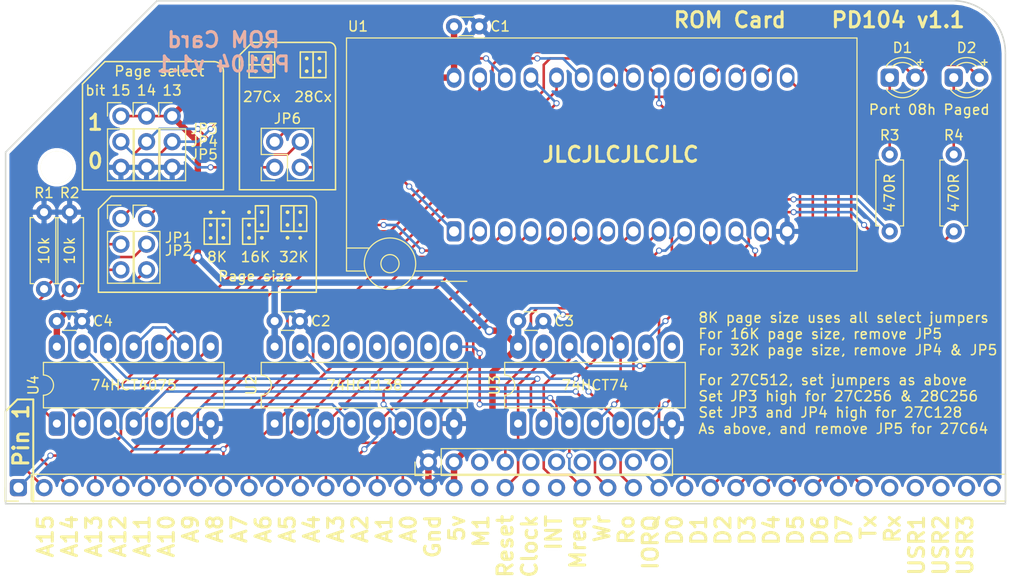
<source format=kicad_pcb>
(kicad_pcb (version 20171130) (host pcbnew "(5.1.6)-1")
  (layers (0 F.Cu signal) (31 B.Cu signal) (36 B.SilkS user) (37 F.SilkS user) (38 B.Mask user) (39 F.Mask user) (44 Edge.Cuts user))
  (net 0 "")
  (net 1 GND)
  (net 2 "Net-(J1-Pad39)")
  (net 3 "Net-(J1-Pad38)")
  (net 4 "Net-(J1-Pad37)")
  (net 5 "Net-(J1-Pad36)")
  (net 6 "Net-(J1-Pad35)")
  (net 7 D7)
  (net 8 D6)
  (net 9 D5)
  (net 10 D4)
  (net 11 D3)
  (net 12 D2)
  (net 13 D1)
  (net 14 D0)
  (net 15 ~IOREQ)
  (net 16 ~RD)
  (net 17 ~WR)
  (net 18 ~MREQ)
  (net 19 ~RESET)
  (net 20 +5V)
  (net 21 A0)
  (net 22 A1)
  (net 23 A2)
  (net 24 A3)
  (net 25 A4)
  (net 26 A5)
  (net 27 A6)
  (net 28 A7)
  (net 29 A8)
  (net 30 A9)
  (net 31 A10)
  (net 32 A11)
  (net 33 A12)
  (net 34 A13)
  (net 35 A14)
  (net 36 A15)
  (net 37 PAGE)
  (net 38 "Net-(J1-Pad22)")
  (net 39 "Net-(J1-Pad21)")
  (net 40 "Net-(J1-Pad19)")
  (net 41 "Net-(J2-Pad10)")
  (net 42 "Net-(J2-Pad9)")
  (net 43 "Net-(J2-Pad8)")
  (net 44 "Net-(J2-Pad7)")
  (net 45 "Net-(J2-Pad6)")
  (net 46 "Net-(J2-Pad5)")
  (net 47 "Net-(J2-Pad3)")
  (net 48 ROM_A13)
  (net 49 ROM_A14)
  (net 50 ROM_A15)
  (net 51 /~LED_CFG)
  (net 52 "Net-(U2-Pad7)")
  (net 53 "Net-(U2-Pad14)")
  (net 54 "Net-(U2-Pad13)")
  (net 55 "Net-(U2-Pad12)")
  (net 56 "Net-(U2-Pad11)")
  (net 57 "Net-(U2-Pad10)")
  (net 58 /~ROM_CFG)
  (net 59 "Net-(U3-Pad8)")
  (net 60 /SZ1)
  (net 61 /SZ2)
  (net 62 /~IOWR)
  (net 63 /ROM_A15')
  (net 64 /ROM_A14')
  (net 65 /~LED)
  (net 66 /~LED')
  (net 67 ~ROM_EN)
  (net 68 /~ROM_CS)
  (net 69 /~Paged')
  (net 70 /~Paged)
  (module Resistor_THT:R_Axial_DIN0207_L6.3mm_D2.5mm_P7.62mm_Horizontal (layer F.Cu) (at 246.38 124.46 90)
    (fp_text reference R4 (at 9.525 0 180) (layer F.SilkS))
    (fp_text value 470R (at 3.81 0 90) (layer F.SilkS))
    (pad 2 thru_hole oval (at 7.62 0 90) (size 1.6 1.6) (drill 0.8) (layers *.Cu *.Mask) (net 69 /~Paged'))
    (pad 1 thru_hole circle (at 0 0 90) (size 1.6 1.6) (drill 0.8) (layers *.Cu *.Mask) (net 70 /~Paged))
  )
  (module LED_THT:LED_D3.0mm (layer F.Cu) (at 246.38 109.22)
    (fp_text reference D2 (at 1.27 -2.96) (layer F.SilkS))
    (fp_text value Green)
    (pad 2 thru_hole circle (at 2.54 0) (size 1.8 1.8) (drill 0.9) (layers *.Cu *.Mask) (net 20 +5V))
    (pad 1 thru_hole roundrect (at 0 0) (size 1.8 1.8) (drill 0.9) (layers *.Cu *.Mask) (net 69 /~Paged'))
  )
  (module Socket:DIP_Socket-28_W11.9_W12.7_W15.24_W17.78_W18.5_3M_228-1277-00-0602J (layer F.Cu) (at 196.85 124.46 90)
    (fp_text reference U1 (at 20.32 -9.525 180) (layer F.SilkS))
    (fp_text value 27C512)
    (pad 15 thru_hole oval (at 15.24 33.02 90) (size 2 1.44) (drill 1) (layers *.Cu *.Mask) (net 11 D3))
    (pad 14 thru_hole oval (at 0 33.02 90) (size 2 1.44) (drill 1) (layers *.Cu *.Mask) (net 1 GND))
    (pad 16 thru_hole oval (at 15.24 30.48 90) (size 2 1.44) (drill 1) (layers *.Cu *.Mask) (net 10 D4))
    (pad 13 thru_hole oval (at 0 30.48 90) (size 2 1.44) (drill 1) (layers *.Cu *.Mask) (net 12 D2))
    (pad 17 thru_hole oval (at 15.24 27.94 90) (size 2 1.44) (drill 1) (layers *.Cu *.Mask) (net 9 D5))
    (pad 12 thru_hole oval (at 0 27.94 90) (size 2 1.44) (drill 1) (layers *.Cu *.Mask) (net 13 D1))
    (pad 18 thru_hole oval (at 15.24 25.4 90) (size 2 1.44) (drill 1) (layers *.Cu *.Mask) (net 8 D6))
    (pad 11 thru_hole oval (at 0 25.4 90) (size 2 1.44) (drill 1) (layers *.Cu *.Mask) (net 14 D0))
    (pad 19 thru_hole oval (at 15.24 22.86 90) (size 2 1.44) (drill 1) (layers *.Cu *.Mask) (net 7 D7))
    (pad 10 thru_hole oval (at 0 22.86 90) (size 2 1.44) (drill 1) (layers *.Cu *.Mask) (net 21 A0))
    (pad 20 thru_hole oval (at 15.24 20.32 90) (size 2 1.44) (drill 1) (layers *.Cu *.Mask) (net 37 PAGE))
    (pad 9 thru_hole oval (at 0 20.32 90) (size 2 1.44) (drill 1) (layers *.Cu *.Mask) (net 22 A1))
    (pad 21 thru_hole oval (at 15.24 17.78 90) (size 2 1.44) (drill 1) (layers *.Cu *.Mask) (net 31 A10))
    (pad 8 thru_hole oval (at 0 17.78 90) (size 2 1.44) (drill 1) (layers *.Cu *.Mask) (net 23 A2))
    (pad 22 thru_hole oval (at 15.24 15.24 90) (size 2 1.44) (drill 1) (layers *.Cu *.Mask) (net 16 ~RD))
    (pad 7 thru_hole oval (at 0 15.24 90) (size 2 1.44) (drill 1) (layers *.Cu *.Mask) (net 24 A3))
    (pad 23 thru_hole oval (at 15.24 12.7 90) (size 2 1.44) (drill 1) (layers *.Cu *.Mask) (net 32 A11))
    (pad 6 thru_hole oval (at 0 12.7 90) (size 2 1.44) (drill 1) (layers *.Cu *.Mask) (net 25 A4))
    (pad 24 thru_hole oval (at 15.24 10.16 90) (size 2 1.44) (drill 1) (layers *.Cu *.Mask) (net 30 A9))
    (pad 5 thru_hole oval (at 0 10.16 90) (size 2 1.44) (drill 1) (layers *.Cu *.Mask) (net 26 A5))
    (pad 25 thru_hole oval (at 15.24 7.62 90) (size 2 1.44) (drill 1) (layers *.Cu *.Mask) (net 29 A8))
    (pad 4 thru_hole oval (at 0 7.62 90) (size 2 1.44) (drill 1) (layers *.Cu *.Mask) (net 27 A6))
    (pad 26 thru_hole oval (at 15.24 5.08 90) (size 2 1.44) (drill 1) (layers *.Cu *.Mask) (net 48 ROM_A13))
    (pad 3 thru_hole oval (at 0 5.08 90) (size 2 1.44) (drill 1) (layers *.Cu *.Mask) (net 28 A7))
    (pad 27 thru_hole oval (at 15.24 2.54 90) (size 2 1.44) (drill 1) (layers *.Cu *.Mask) (net 64 /ROM_A14'))
    (pad 2 thru_hole oval (at 0 2.54 90) (size 2 1.44) (drill 1) (layers *.Cu *.Mask) (net 33 A12))
    (pad 28 thru_hole oval (at 15.24 0 90) (size 2 1.44) (drill 1) (layers *.Cu *.Mask) (net 20 +5V))
    (pad 1 thru_hole roundrect (at 0 0 90) (size 2 1.44) (drill 1) (layers *.Cu *.Mask) (net 63 /ROM_A15'))
  )
  (module Package_DIP:DIP-14_W7.62mm_LongPads (layer F.Cu) (at 203.2 143.51 90)
    (fp_text reference U3 (at 3.81 -2.33 90) (layer F.SilkS))
    (fp_text value 74HCT74 (at 3.81 7.62 180) (layer F.SilkS))
    (pad 14 thru_hole oval (at 7.62 0 90) (size 2.4 1.6) (drill 0.8) (layers *.Cu *.Mask) (net 20 +5V))
    (pad 7 thru_hole oval (at 0 15.24 90) (size 2.4 1.6) (drill 0.8) (layers *.Cu *.Mask) (net 1 GND))
    (pad 13 thru_hole oval (at 7.62 2.54 90) (size 2.4 1.6) (drill 0.8) (layers *.Cu *.Mask) (net 19 ~RESET))
    (pad 6 thru_hole oval (at 0 12.7 90) (size 2.4 1.6) (drill 0.8) (layers *.Cu *.Mask) (net 70 /~Paged))
    (pad 12 thru_hole oval (at 7.62 5.08 90) (size 2.4 1.6) (drill 0.8) (layers *.Cu *.Mask) (net 14 D0))
    (pad 5 thru_hole oval (at 0 10.16 90) (size 2.4 1.6) (drill 0.8) (layers *.Cu *.Mask) (net 67 ~ROM_EN))
    (pad 11 thru_hole oval (at 7.62 7.62 90) (size 2.4 1.6) (drill 0.8) (layers *.Cu *.Mask) (net 51 /~LED_CFG))
    (pad 4 thru_hole oval (at 0 7.62 90) (size 2.4 1.6) (drill 0.8) (layers *.Cu *.Mask) (net 20 +5V))
    (pad 10 thru_hole oval (at 7.62 10.16 90) (size 2.4 1.6) (drill 0.8) (layers *.Cu *.Mask) (net 20 +5V))
    (pad 3 thru_hole oval (at 0 5.08 90) (size 2.4 1.6) (drill 0.8) (layers *.Cu *.Mask) (net 58 /~ROM_CFG))
    (pad 9 thru_hole oval (at 7.62 12.7 90) (size 2.4 1.6) (drill 0.8) (layers *.Cu *.Mask) (net 65 /~LED))
    (pad 2 thru_hole oval (at 0 2.54 90) (size 2.4 1.6) (drill 0.8) (layers *.Cu *.Mask) (net 14 D0))
    (pad 8 thru_hole oval (at 7.62 15.24 90) (size 2.4 1.6) (drill 0.8) (layers *.Cu *.Mask) (net 59 "Net-(U3-Pad8)"))
    (pad 1 thru_hole roundrect (at 0 0 90) (size 2.4 1.6) (drill 0.8) (layers *.Cu *.Mask) (net 19 ~RESET))
  )
  (module Package_DIP:DIP-16_W7.62mm_LongPads (layer F.Cu) (at 179.07 143.51 90)
    (fp_text reference U2 (at 3.81 -2.33 90) (layer F.SilkS))
    (fp_text value 74HCT138 (at 3.81 8.89 180) (layer F.SilkS))
    (pad 16 thru_hole oval (at 7.62 0 90) (size 2.4 1.6) (drill 0.8) (layers *.Cu *.Mask) (net 20 +5V))
    (pad 8 thru_hole oval (at 0 17.78 90) (size 2.4 1.6) (drill 0.8) (layers *.Cu *.Mask) (net 1 GND))
    (pad 15 thru_hole oval (at 7.62 2.54 90) (size 2.4 1.6) (drill 0.8) (layers *.Cu *.Mask) (net 51 /~LED_CFG))
    (pad 7 thru_hole oval (at 0 15.24 90) (size 2.4 1.6) (drill 0.8) (layers *.Cu *.Mask) (net 52 "Net-(U2-Pad7)"))
    (pad 14 thru_hole oval (at 7.62 5.08 90) (size 2.4 1.6) (drill 0.8) (layers *.Cu *.Mask) (net 53 "Net-(U2-Pad14)"))
    (pad 6 thru_hole oval (at 0 12.7 90) (size 2.4 1.6) (drill 0.8) (layers *.Cu *.Mask) (net 24 A3))
    (pad 13 thru_hole oval (at 7.62 7.62 90) (size 2.4 1.6) (drill 0.8) (layers *.Cu *.Mask) (net 54 "Net-(U2-Pad13)"))
    (pad 5 thru_hole oval (at 0 10.16 90) (size 2.4 1.6) (drill 0.8) (layers *.Cu *.Mask) (net 23 A2))
    (pad 12 thru_hole oval (at 7.62 10.16 90) (size 2.4 1.6) (drill 0.8) (layers *.Cu *.Mask) (net 55 "Net-(U2-Pad12)"))
    (pad 4 thru_hole oval (at 0 7.62 90) (size 2.4 1.6) (drill 0.8) (layers *.Cu *.Mask) (net 62 /~IOWR))
    (pad 11 thru_hole oval (at 7.62 12.7 90) (size 2.4 1.6) (drill 0.8) (layers *.Cu *.Mask) (net 56 "Net-(U2-Pad11)"))
    (pad 3 thru_hole oval (at 0 5.08 90) (size 2.4 1.6) (drill 0.8) (layers *.Cu *.Mask) (net 25 A4))
    (pad 10 thru_hole oval (at 7.62 15.24 90) (size 2.4 1.6) (drill 0.8) (layers *.Cu *.Mask) (net 57 "Net-(U2-Pad10)"))
    (pad 2 thru_hole oval (at 0 2.54 90) (size 2.4 1.6) (drill 0.8) (layers *.Cu *.Mask) (net 26 A5))
    (pad 9 thru_hole oval (at 7.62 17.78 90) (size 2.4 1.6) (drill 0.8) (layers *.Cu *.Mask) (net 58 /~ROM_CFG))
    (pad 1 thru_hole roundrect (at 0 0 90) (size 2.4 1.6) (drill 0.8) (layers *.Cu *.Mask) (net 27 A6))
  )
  (module Connector_PinHeader_2.54mm:PinHeader_2x02_P2.54mm_Vertical (layer F.Cu) (at 179.07 118.11 90)
    (fp_text reference JP6 (at 4.826 1.27 180) (layer F.SilkS))
    (fp_text value "A Swap")
    (pad 4 thru_hole oval (at 2.54 2.54 90) (size 1.7 1.7) (drill 1) (layers *.Cu *.Mask) (net 49 ROM_A14))
    (pad 3 thru_hole oval (at 0 2.54 90) (size 1.7 1.7) (drill 1) (layers *.Cu *.Mask) (net 63 /ROM_A15'))
    (pad 2 thru_hole oval (at 2.54 0 90) (size 1.7 1.7) (drill 1) (layers *.Cu *.Mask) (net 64 /ROM_A14'))
    (pad 1 thru_hole oval (at 0 0 90) (size 1.7 1.7) (drill 1) (layers *.Cu *.Mask) (net 50 ROM_A15))
  )
  (module Package_DIP:DIP-14_W7.62mm_LongPads (layer F.Cu) (at 157.48 143.51 90)
    (fp_text reference U4 (at 3.81 -2.33 90) (layer F.SilkS))
    (fp_text value 74HCT4075 (at 3.81 7.62 180) (layer F.SilkS))
    (pad 1 thru_hole roundrect (at 0 0 90) (size 2.4 1.6) (drill 0.8) (layers *.Cu *.Mask) (net 60 /SZ1))
    (pad 8 thru_hole oval (at 7.62 15.24 90) (size 2.4 1.6) (drill 0.8) (layers *.Cu *.Mask) (net 36 A15))
    (pad 2 thru_hole oval (at 0 2.54 90) (size 2.4 1.6) (drill 0.8) (layers *.Cu *.Mask) (net 61 /SZ2))
    (pad 9 thru_hole oval (at 7.62 12.7 90) (size 2.4 1.6) (drill 0.8) (layers *.Cu *.Mask) (net 68 /~ROM_CS))
    (pad 3 thru_hole oval (at 0 5.08 90) (size 2.4 1.6) (drill 0.8) (layers *.Cu *.Mask) (net 28 A7))
    (pad 10 thru_hole oval (at 7.62 10.16 90) (size 2.4 1.6) (drill 0.8) (layers *.Cu *.Mask) (net 37 PAGE))
    (pad 4 thru_hole oval (at 0 7.62 90) (size 2.4 1.6) (drill 0.8) (layers *.Cu *.Mask) (net 17 ~WR))
    (pad 11 thru_hole oval (at 7.62 7.62 90) (size 2.4 1.6) (drill 0.8) (layers *.Cu *.Mask) (net 68 /~ROM_CS))
    (pad 5 thru_hole oval (at 0 10.16 90) (size 2.4 1.6) (drill 0.8) (layers *.Cu *.Mask) (net 15 ~IOREQ))
    (pad 12 thru_hole oval (at 7.62 5.08 90) (size 2.4 1.6) (drill 0.8) (layers *.Cu *.Mask) (net 18 ~MREQ))
    (pad 6 thru_hole oval (at 0 12.7 90) (size 2.4 1.6) (drill 0.8) (layers *.Cu *.Mask) (net 62 /~IOWR))
    (pad 13 thru_hole oval (at 7.62 2.54 90) (size 2.4 1.6) (drill 0.8) (layers *.Cu *.Mask) (net 67 ~ROM_EN))
    (pad 7 thru_hole oval (at 0 15.24 90) (size 2.4 1.6) (drill 0.8) (layers *.Cu *.Mask) (net 1 GND))
    (pad 14 thru_hole oval (at 7.62 0 90) (size 2.4 1.6) (drill 0.8) (layers *.Cu *.Mask) (net 20 +5V))
  )
  (module Resistor_THT:R_Axial_DIN0207_L6.3mm_D2.5mm_P7.62mm_Horizontal (layer F.Cu) (at 240.03 116.84 270)
    (fp_text reference R3 (at -1.905 0 180) (layer F.SilkS))
    (fp_text value 470R (at 3.81 0 90) (layer F.SilkS))
    (pad 2 thru_hole oval (at 7.62 0 270) (size 1.6 1.6) (drill 0.8) (layers *.Cu *.Mask) (net 65 /~LED))
    (pad 1 thru_hole circle (at 0 0 270) (size 1.6 1.6) (drill 0.8) (layers *.Cu *.Mask) (net 66 /~LED'))
  )
  (module Resistor_THT:R_Axial_DIN0207_L6.3mm_D2.5mm_P7.62mm_Horizontal (layer F.Cu) (at 158.75 130.175 90)
    (fp_text reference R2 (at 9.525 0) (layer F.SilkS))
    (fp_text value 10k (at 3.81 0 90) (layer F.SilkS))
    (pad 2 thru_hole oval (at 7.62 0 90) (size 1.6 1.6) (drill 0.8) (layers *.Cu *.Mask) (net 1 GND))
    (pad 1 thru_hole circle (at 0 0 90) (size 1.6 1.6) (drill 0.8) (layers *.Cu *.Mask) (net 61 /SZ2))
  )
  (module Resistor_THT:R_Axial_DIN0207_L6.3mm_D2.5mm_P7.62mm_Horizontal (layer F.Cu) (at 156.21 130.175 90)
    (fp_text reference R1 (at 9.525 0) (layer F.SilkS))
    (fp_text value 10k (at 3.81 0 90) (layer F.SilkS))
    (pad 2 thru_hole oval (at 7.62 0 90) (size 1.6 1.6) (drill 0.8) (layers *.Cu *.Mask) (net 1 GND))
    (pad 1 thru_hole circle (at 0 0 90) (size 1.6 1.6) (drill 0.8) (layers *.Cu *.Mask) (net 60 /SZ1))
  )
  (module Connector_PinHeader_2.54mm:PinHeader_1x03_P2.54mm_Vertical (layer F.Cu) (at 168.91 113.03)
    (fp_text reference JP5 (at 3.175 3.81 180) (layer F.SilkS))
    (fp_text value A13)
    (pad 3 thru_hole oval (at 0 5.08) (size 1.7 1.7) (drill 1) (layers *.Cu *.Mask) (net 1 GND))
    (pad 2 thru_hole oval (at 0 2.54) (size 1.7 1.7) (drill 1) (layers *.Cu *.Mask) (net 48 ROM_A13))
    (pad 1 thru_hole oval (at 0 0) (size 1.7 1.7) (drill 1) (layers *.Cu *.Mask) (net 20 +5V))
  )
  (module Connector_PinHeader_2.54mm:PinHeader_1x03_P2.54mm_Vertical (layer F.Cu) (at 166.37 113.03)
    (fp_text reference JP4 (at 5.715 2.54 180) (layer F.SilkS))
    (fp_text value A14)
    (pad 3 thru_hole oval (at 0 5.08) (size 1.7 1.7) (drill 1) (layers *.Cu *.Mask) (net 1 GND))
    (pad 2 thru_hole oval (at 0 2.54) (size 1.7 1.7) (drill 1) (layers *.Cu *.Mask) (net 49 ROM_A14))
    (pad 1 thru_hole oval (at 0 0) (size 1.7 1.7) (drill 1) (layers *.Cu *.Mask) (net 20 +5V))
  )
  (module Connector_PinHeader_2.54mm:PinHeader_1x03_P2.54mm_Vertical (layer F.Cu) (at 163.83 113.03)
    (fp_text reference JP3 (at 8.255 1.27) (layer F.SilkS))
    (fp_text value A15)
    (pad 3 thru_hole oval (at 0 5.08) (size 1.7 1.7) (drill 1) (layers *.Cu *.Mask) (net 1 GND))
    (pad 2 thru_hole oval (at 0 2.54) (size 1.7 1.7) (drill 1) (layers *.Cu *.Mask) (net 50 ROM_A15))
    (pad 1 thru_hole oval (at 0 0) (size 1.7 1.7) (drill 1) (layers *.Cu *.Mask) (net 20 +5V))
  )
  (module Connector_PinHeader_2.54mm:PinHeader_1x03_P2.54mm_Vertical (layer F.Cu) (at 166.37 123.19)
    (fp_text reference JP2 (at 3.175 3.175 180) (layer F.SilkS))
    (fp_text value Size2)
    (pad 3 thru_hole oval (at 0 5.08) (size 1.7 1.7) (drill 1) (layers *.Cu *.Mask) (net 61 /SZ2))
    (pad 2 thru_hole oval (at 0 2.54) (size 1.7 1.7) (drill 1) (layers *.Cu *.Mask) (net 34 A13))
    (pad 1 thru_hole oval (at 0 0) (size 1.7 1.7) (drill 1) (layers *.Cu *.Mask) (net 48 ROM_A13))
  )
  (module Connector_PinHeader_2.54mm:PinHeader_1x03_P2.54mm_Vertical (layer F.Cu) (at 163.83 123.19)
    (fp_text reference JP1 (at 5.715 1.905 180) (layer F.SilkS))
    (fp_text value Size1)
    (pad 3 thru_hole oval (at 0 5.08) (size 1.7 1.7) (drill 1) (layers *.Cu *.Mask) (net 60 /SZ1))
    (pad 2 thru_hole oval (at 0 2.54) (size 1.7 1.7) (drill 1) (layers *.Cu *.Mask) (net 35 A14))
    (pad 1 thru_hole oval (at 0 0) (size 1.7 1.7) (drill 1) (layers *.Cu *.Mask) (net 49 ROM_A14))
  )
  (module LED_THT:LED_D3.0mm (layer F.Cu) (at 240.03 109.22)
    (fp_text reference D1 (at 1.27 -2.96) (layer F.SilkS))
    (fp_text value Yellow)
    (pad 2 thru_hole circle (at 2.54 0) (size 1.8 1.8) (drill 0.9) (layers *.Cu *.Mask) (net 20 +5V))
    (pad 1 thru_hole roundrect (at 0 0) (size 1.8 1.8) (drill 0.9) (layers *.Cu *.Mask) (net 66 /~LED'))
  )
  (module Capacitor_THT:C_Disc_D3.0mm_W1.6mm_P2.50mm (layer F.Cu) (at 157.48 133.35)
    (fp_text reference C4 (at 4.572 0) (layer F.SilkS))
    (fp_text value 0.1uF)
    (pad 2 thru_hole circle (at 2.5 0) (size 1.6 1.6) (drill 0.8) (layers *.Cu *.Mask) (net 1 GND))
    (pad 1 thru_hole circle (at 0 0) (size 1.6 1.6) (drill 0.8) (layers *.Cu *.Mask) (net 20 +5V))
  )
  (module Capacitor_THT:C_Disc_D3.0mm_W1.6mm_P2.50mm (layer F.Cu) (at 203.2 133.35)
    (fp_text reference C3 (at 4.572 0) (layer F.SilkS))
    (fp_text value 0.1uF)
    (pad 2 thru_hole circle (at 2.5 0) (size 1.6 1.6) (drill 0.8) (layers *.Cu *.Mask) (net 1 GND))
    (pad 1 thru_hole circle (at 0 0) (size 1.6 1.6) (drill 0.8) (layers *.Cu *.Mask) (net 20 +5V))
  )
  (module Capacitor_THT:C_Disc_D3.0mm_W1.6mm_P2.50mm (layer F.Cu) (at 179.07 133.35)
    (fp_text reference C2 (at 4.572 0) (layer F.SilkS))
    (fp_text value 0.1uF)
    (pad 2 thru_hole circle (at 2.5 0) (size 1.6 1.6) (drill 0.8) (layers *.Cu *.Mask) (net 1 GND))
    (pad 1 thru_hole circle (at 0 0) (size 1.6 1.6) (drill 0.8) (layers *.Cu *.Mask) (net 20 +5V))
  )
  (module Capacitor_THT:C_Disc_D3.0mm_W1.6mm_P2.50mm (layer F.Cu) (at 196.85 104.14)
    (fp_text reference C1 (at 4.572 0) (layer F.SilkS))
    (fp_text value 0.1uF)
    (pad 2 thru_hole circle (at 2.5 0) (size 1.6 1.6) (drill 0.8) (layers *.Cu *.Mask) (net 1 GND))
    (pad 1 thru_hole circle (at 0 0) (size 1.6 1.6) (drill 0.8) (layers *.Cu *.Mask) (net 20 +5V))
  )
  (module Connector_PinHeader_2.54mm:PinHeader_1x10_P2.54mm_Vertical (layer F.Cu) (at 194.31 147.32 90)
    (fp_text reference J2 hide)
    (fp_text value RC2014_Enh)
    (pad 10 thru_hole oval (at 0 22.86 90) (size 1.7 1.7) (drill 1) (layers *.Cu *.Mask) (net 41 "Net-(J2-Pad10)"))
    (pad 9 thru_hole oval (at 0 20.32 90) (size 1.7 1.7) (drill 1) (layers *.Cu *.Mask) (net 42 "Net-(J2-Pad9)"))
    (pad 8 thru_hole oval (at 0 17.78 90) (size 1.7 1.7) (drill 1) (layers *.Cu *.Mask) (net 43 "Net-(J2-Pad8)"))
    (pad 7 thru_hole oval (at 0 15.24 90) (size 1.7 1.7) (drill 1) (layers *.Cu *.Mask) (net 44 "Net-(J2-Pad7)"))
    (pad 6 thru_hole oval (at 0 12.7 90) (size 1.7 1.7) (drill 1) (layers *.Cu *.Mask) (net 45 "Net-(J2-Pad6)"))
    (pad 5 thru_hole oval (at 0 10.16 90) (size 1.7 1.7) (drill 1) (layers *.Cu *.Mask) (net 46 "Net-(J2-Pad5)"))
    (pad 4 thru_hole oval (at 0 7.62 90) (size 1.7 1.7) (drill 1) (layers *.Cu *.Mask) (net 37 PAGE))
    (pad 3 thru_hole oval (at 0 5.08 90) (size 1.7 1.7) (drill 1) (layers *.Cu *.Mask) (net 47 "Net-(J2-Pad3)"))
    (pad 2 thru_hole oval (at 0 2.54 90) (size 1.7 1.7) (drill 1) (layers *.Cu *.Mask) (net 20 +5V))
    (pad 1 thru_hole circle (at 0 0 90) (size 1.7 1.7) (drill 1) (layers *.Cu *.Mask) (net 1 GND))
  )
  (module Connector_PinHeader_2.54mm:PinHeader_1x39_P2.54mm_Vertical (layer F.Cu) (at 153.67 149.86 90)
    (fp_text reference J1 hide)
    (fp_text value RC2014)
    (pad 39 thru_hole oval (at 0 96.52 90) (size 1.7 1.7) (drill 1) (layers *.Cu *.Mask) (net 2 "Net-(J1-Pad39)"))
    (pad 38 thru_hole oval (at 0 93.98 90) (size 1.7 1.7) (drill 1) (layers *.Cu *.Mask) (net 3 "Net-(J1-Pad38)"))
    (pad 37 thru_hole oval (at 0 91.44 90) (size 1.7 1.7) (drill 1) (layers *.Cu *.Mask) (net 4 "Net-(J1-Pad37)"))
    (pad 36 thru_hole oval (at 0 88.9 90) (size 1.7 1.7) (drill 1) (layers *.Cu *.Mask) (net 5 "Net-(J1-Pad36)"))
    (pad 35 thru_hole oval (at 0 86.36 90) (size 1.7 1.7) (drill 1) (layers *.Cu *.Mask) (net 6 "Net-(J1-Pad35)"))
    (pad 34 thru_hole oval (at 0 83.82 90) (size 1.7 1.7) (drill 1) (layers *.Cu *.Mask) (net 7 D7))
    (pad 33 thru_hole oval (at 0 81.28 90) (size 1.7 1.7) (drill 1) (layers *.Cu *.Mask) (net 8 D6))
    (pad 32 thru_hole oval (at 0 78.74 90) (size 1.7 1.7) (drill 1) (layers *.Cu *.Mask) (net 9 D5))
    (pad 31 thru_hole oval (at 0 76.2 90) (size 1.7 1.7) (drill 1) (layers *.Cu *.Mask) (net 10 D4))
    (pad 30 thru_hole oval (at 0 73.66 90) (size 1.7 1.7) (drill 1) (layers *.Cu *.Mask) (net 11 D3))
    (pad 29 thru_hole oval (at 0 71.12 90) (size 1.7 1.7) (drill 1) (layers *.Cu *.Mask) (net 12 D2))
    (pad 28 thru_hole oval (at 0 68.58 90) (size 1.7 1.7) (drill 1) (layers *.Cu *.Mask) (net 13 D1))
    (pad 27 thru_hole oval (at 0 66.04 90) (size 1.7 1.7) (drill 1) (layers *.Cu *.Mask) (net 14 D0))
    (pad 26 thru_hole oval (at 0 63.5 90) (size 1.7 1.7) (drill 1) (layers *.Cu *.Mask) (net 15 ~IOREQ))
    (pad 25 thru_hole oval (at 0 60.96 90) (size 1.7 1.7) (drill 1) (layers *.Cu *.Mask) (net 16 ~RD))
    (pad 24 thru_hole oval (at 0 58.42 90) (size 1.7 1.7) (drill 1) (layers *.Cu *.Mask) (net 17 ~WR))
    (pad 23 thru_hole oval (at 0 55.88 90) (size 1.7 1.7) (drill 1) (layers *.Cu *.Mask) (net 18 ~MREQ))
    (pad 22 thru_hole oval (at 0 53.34 90) (size 1.7 1.7) (drill 1) (layers *.Cu *.Mask) (net 38 "Net-(J1-Pad22)"))
    (pad 21 thru_hole oval (at 0 50.8 90) (size 1.7 1.7) (drill 1) (layers *.Cu *.Mask) (net 39 "Net-(J1-Pad21)"))
    (pad 20 thru_hole oval (at 0 48.26 90) (size 1.7 1.7) (drill 1) (layers *.Cu *.Mask) (net 19 ~RESET))
    (pad 19 thru_hole oval (at 0 45.72 90) (size 1.7 1.7) (drill 1) (layers *.Cu *.Mask) (net 40 "Net-(J1-Pad19)"))
    (pad 18 thru_hole oval (at 0 43.18 90) (size 1.7 1.7) (drill 1) (layers *.Cu *.Mask) (net 20 +5V))
    (pad 17 thru_hole oval (at 0 40.64 90) (size 1.7 1.7) (drill 1) (layers *.Cu *.Mask) (net 1 GND))
    (pad 16 thru_hole oval (at 0 38.1 90) (size 1.7 1.7) (drill 1) (layers *.Cu *.Mask) (net 21 A0))
    (pad 15 thru_hole oval (at 0 35.56 90) (size 1.7 1.7) (drill 1) (layers *.Cu *.Mask) (net 22 A1))
    (pad 14 thru_hole oval (at 0 33.02 90) (size 1.7 1.7) (drill 1) (layers *.Cu *.Mask) (net 23 A2))
    (pad 13 thru_hole oval (at 0 30.48 90) (size 1.7 1.7) (drill 1) (layers *.Cu *.Mask) (net 24 A3))
    (pad 12 thru_hole oval (at 0 27.94 90) (size 1.7 1.7) (drill 1) (layers *.Cu *.Mask) (net 25 A4))
    (pad 11 thru_hole oval (at 0 25.4 90) (size 1.7 1.7) (drill 1) (layers *.Cu *.Mask) (net 26 A5))
    (pad 10 thru_hole oval (at 0 22.86 90) (size 1.7 1.7) (drill 1) (layers *.Cu *.Mask) (net 27 A6))
    (pad 9 thru_hole oval (at 0 20.32 90) (size 1.7 1.7) (drill 1) (layers *.Cu *.Mask) (net 28 A7))
    (pad 8 thru_hole oval (at 0 17.78 90) (size 1.7 1.7) (drill 1) (layers *.Cu *.Mask) (net 29 A8))
    (pad 7 thru_hole oval (at 0 15.24 90) (size 1.7 1.7) (drill 1) (layers *.Cu *.Mask) (net 30 A9))
    (pad 6 thru_hole oval (at 0 12.7 90) (size 1.7 1.7) (drill 1) (layers *.Cu *.Mask) (net 31 A10))
    (pad 5 thru_hole oval (at 0 10.16 90) (size 1.7 1.7) (drill 1) (layers *.Cu *.Mask) (net 32 A11))
    (pad 4 thru_hole oval (at 0 7.62 90) (size 1.7 1.7) (drill 1) (layers *.Cu *.Mask) (net 33 A12))
    (pad 3 thru_hole oval (at 0 5.08 90) (size 1.7 1.7) (drill 1) (layers *.Cu *.Mask) (net 34 A13))
    (pad 2 thru_hole oval (at 0 2.54 90) (size 1.7 1.7) (drill 1) (layers *.Cu *.Mask) (net 35 A14))
    (pad 1 thru_hole roundrect (at 0 0 90) (size 1.7 1.7) (drill 1) (layers *.Cu *.Mask) (net 36 A15))
  )
  (module Mounting_Holes:MountingHole_3.2mm_M3 (layer F.Cu) (at 157.48 118.11)
    (fp_text reference "" hide)
    (fp_text value "" hide)
    (pad "" np_thru_hole circle (at 0 0) (size 3.2 3.2) (drill 3.2) (layers *.Cu *.Mask F.SilkS))
  )
  (gr_line (start 249.428 107.442) (end 249.428 107.95) (layer F.SilkS) (width 0.15))
  (gr_line (start 249.174 107.696) (end 249.682 107.696) (layer F.SilkS) (width 0.15))
  (gr_text Paged (at 247.65 112.395) (layer F.SilkS) (effects (font (size 1 1))))
  (gr_line (start 161.6075 122.2375) (end 162.8775 120.9675) (layer F.SilkS) (width 0.15))
  (gr_arc (start 182.5625 121.6025) (end 183.1975 121.6025) (angle -90) (layer F.SilkS) (width 0.15))
  (gr_line (start 175.5775 106.9975) (end 176.8475 105.7275) (layer F.SilkS) (width 0.15))
  (gr_arc (start 184.4675 106.3625) (end 185.1025 106.3625) (angle -90) (layer F.SilkS) (width 0.15))
  (gr_arc (start 173.0375 108.585) (end 173.99 108.585) (angle -90) (layer F.SilkS) (width 0.15))
  (gr_text "ROM Card\nPD104 v1.1" (at 173.99 106.68) (layer B.SilkS) (effects (font (size 1.5 1.5) (thickness 0.3)) (justify mirror)))
  (gr_text "For 27C512, set jumpers as above\nSet JP3 high for 27C256 & 28C256\nSet JP3 and JP4 high for 27C128\nAs above, and remove JP5 for 27C64" (at 220.98 141.605) (layer F.SilkS) (effects (font (size 1 1)) (justify left)))
  (gr_text "8K page size uses all select jumpers\nFor 16K page size, remove JP5\nFor 32K page size, remove JP4 & JP5" (at 220.98 134.62) (layer F.SilkS) (effects (font (size 1 1)) (justify left)))
  (gr_text "Port 08h" (at 241.3 112.395) (layer F.SilkS) (effects (font (size 1 1))))
  (gr_line (start 175.5775 120.3325) (end 175.5775 106.9975) (layer F.SilkS) (width 0.15))
  (gr_line (start 185.1025 120.3325) (end 175.5775 120.3325) (layer F.SilkS) (width 0.15))
  (gr_line (start 185.1025 106.3625) (end 185.1025 120.3325) (layer F.SilkS) (width 0.15))
  (gr_line (start 176.8475 105.7275) (end 184.4675 105.7275) (layer F.SilkS) (width 0.15))
  (gr_text 28Cx (at 182.88 111.125) (layer F.SilkS) (effects (font (size 1 1))))
  (gr_text 27Cx (at 177.8 111.125) (layer F.SilkS) (effects (font (size 1 1))))
  (gr_line (start 179.07 107.95) (end 179.07 109.22) (layer F.SilkS) (width 0.15))
  (gr_line (start 176.53 107.95) (end 176.53 109.22) (layer F.SilkS) (width 0.15))
  (gr_line (start 179.07 107.95) (end 176.53 107.95) (layer F.SilkS) (width 0.15))
  (gr_line (start 176.53 109.22) (end 179.07 109.22) (layer F.SilkS) (width 0.15))
  (gr_line (start 176.53 106.68) (end 176.53 107.95) (layer F.SilkS) (width 0.15))
  (gr_line (start 178.43246 108.585) (end 178.435 108.585) (layer F.SilkS) (width 0.381))
  (gr_line (start 179.07 106.68) (end 176.53 106.68) (layer F.SilkS) (width 0.15))
  (gr_line (start 177.16627 107.315) (end 177.16881 107.315) (layer F.SilkS) (width 0.381))
  (gr_line (start 177.16246 108.585) (end 177.165 108.585) (layer F.SilkS) (width 0.381))
  (gr_line (start 178.43246 107.315) (end 178.435 107.315) (layer F.SilkS) (width 0.381))
  (gr_line (start 179.07 106.68) (end 179.07 107.95) (layer F.SilkS) (width 0.15))
  (gr_line (start 176.53 107.95) (end 179.07 107.95) (layer F.SilkS) (width 0.15))
  (gr_line (start 181.61 106.68) (end 181.61 109.22) (layer F.SilkS) (width 0.15))
  (gr_line (start 182.24246 108.585) (end 182.245 108.585) (layer F.SilkS) (width 0.381))
  (gr_line (start 183.51246 108.585) (end 183.515 108.585) (layer F.SilkS) (width 0.381))
  (gr_line (start 184.15 109.22) (end 184.15 106.68) (layer F.SilkS) (width 0.15))
  (gr_line (start 182.24627 107.315) (end 182.24881 107.315) (layer F.SilkS) (width 0.381))
  (gr_line (start 182.88 109.22) (end 184.15 109.22) (layer F.SilkS) (width 0.15))
  (gr_line (start 183.51246 107.315) (end 183.515 107.315) (layer F.SilkS) (width 0.381))
  (gr_line (start 182.88 106.68) (end 182.88 109.22) (layer F.SilkS) (width 0.15))
  (gr_line (start 184.15 106.68) (end 182.88 106.68) (layer F.SilkS) (width 0.15))
  (gr_line (start 182.88 106.68) (end 181.61 106.68) (layer F.SilkS) (width 0.15))
  (gr_line (start 182.88 109.22) (end 182.88 106.68) (layer F.SilkS) (width 0.15))
  (gr_line (start 181.61 109.22) (end 182.88 109.22) (layer F.SilkS) (width 0.15))
  (gr_line (start 173.99 108.585) (end 173.99 120.3325) (layer F.SilkS) (width 0.15))
  (gr_line (start 162.2425 107.6325) (end 173.0375 107.6325) (layer F.SilkS) (width 0.15))
  (gr_line (start 160.02 109.855) (end 162.2425 107.6325) (layer F.SilkS) (width 0.15))
  (gr_line (start 160.02 120.3325) (end 160.02 109.855) (layer F.SilkS) (width 0.15))
  (gr_line (start 173.99 120.3325) (end 160.02 120.3325) (layer F.SilkS) (width 0.15))
  (gr_line (start 161.6075 130.4925) (end 161.6075 122.2375) (layer F.SilkS) (width 0.15))
  (gr_line (start 183.1975 130.4925) (end 161.6075 130.4925) (layer F.SilkS) (width 0.15))
  (gr_line (start 183.1975 121.6025) (end 183.1975 130.4925) (layer F.SilkS) (width 0.15))
  (gr_line (start 162.8775 120.9675) (end 182.5625 120.9675) (layer F.SilkS) (width 0.15))
  (gr_line (start 172.72 125.095) (end 172.72254 125.095) (layer F.SilkS) (width 0.381))
  (gr_line (start 173.355 123.19) (end 173.355 125.73) (layer F.SilkS) (width 0.15))
  (gr_line (start 172.71746 123.825) (end 172.72 123.825) (layer F.SilkS) (width 0.381))
  (gr_line (start 173.355 125.73) (end 174.625 125.73) (layer F.SilkS) (width 0.15))
  (gr_line (start 174.625 123.19) (end 173.355 123.19) (layer F.SilkS) (width 0.15))
  (gr_line (start 172.085 125.73) (end 173.355 125.73) (layer F.SilkS) (width 0.15))
  (gr_line (start 173.355 125.73) (end 173.355 123.19) (layer F.SilkS) (width 0.15))
  (gr_line (start 173.98746 123.825) (end 173.99 123.825) (layer F.SilkS) (width 0.381))
  (gr_line (start 173.98746 122.555) (end 173.99 122.555) (layer F.SilkS) (width 0.381))
  (gr_line (start 172.085 123.19) (end 172.085 125.73) (layer F.SilkS) (width 0.15))
  (gr_line (start 173.98746 125.095) (end 173.99 125.095) (layer F.SilkS) (width 0.381))
  (gr_line (start 174.625 125.73) (end 174.625 123.19) (layer F.SilkS) (width 0.15))
  (gr_line (start 173.355 123.19) (end 172.085 123.19) (layer F.SilkS) (width 0.15))
  (gr_line (start 172.72127 122.555) (end 172.72381 122.555) (layer F.SilkS) (width 0.381))
  (gr_text 8K (at 173.355 127) (layer F.SilkS) (effects (font (size 1 1))))
  (gr_line (start 176.53 125.095) (end 176.53254 125.095) (layer F.SilkS) (width 0.381))
  (gr_line (start 175.895 123.19) (end 175.895 125.73) (layer F.SilkS) (width 0.15))
  (gr_line (start 176.52746 123.825) (end 176.53 123.825) (layer F.SilkS) (width 0.381))
  (gr_line (start 177.79746 123.825) (end 177.8 123.825) (layer F.SilkS) (width 0.381))
  (gr_line (start 178.435 124.46) (end 178.435 121.92) (layer F.SilkS) (width 0.15))
  (gr_line (start 176.53127 122.555) (end 176.53381 122.555) (layer F.SilkS) (width 0.381))
  (gr_line (start 177.165 124.46) (end 178.435 124.46) (layer F.SilkS) (width 0.15))
  (gr_line (start 177.79746 125.095) (end 177.8 125.095) (layer F.SilkS) (width 0.381))
  (gr_line (start 177.79746 122.555) (end 177.8 122.555) (layer F.SilkS) (width 0.381))
  (gr_line (start 177.165 123.19) (end 177.165 125.73) (layer F.SilkS) (width 0.15))
  (gr_text 16K (at 177.165 127) (layer F.SilkS) (effects (font (size 1 1))))
  (gr_line (start 178.435 121.92) (end 177.165 121.92) (layer F.SilkS) (width 0.15))
  (gr_line (start 177.165 123.19) (end 175.895 123.19) (layer F.SilkS) (width 0.15))
  (gr_line (start 177.165 124.46) (end 177.165 121.92) (layer F.SilkS) (width 0.15))
  (gr_line (start 175.895 125.73) (end 177.165 125.73) (layer F.SilkS) (width 0.15))
  (gr_line (start 180.975 121.92) (end 180.975 124.46) (layer F.SilkS) (width 0.15))
  (gr_line (start 182.245 121.92) (end 180.975 121.92) (layer F.SilkS) (width 0.15))
  (gr_line (start 182.245 124.46) (end 182.245 121.92) (layer F.SilkS) (width 0.15))
  (gr_line (start 180.975 124.46) (end 182.245 124.46) (layer F.SilkS) (width 0.15))
  (gr_text 32K (at 180.975 127) (layer F.SilkS) (effects (font (size 1 1))))
  (gr_line (start 181.60746 122.555) (end 181.61 122.555) (layer F.SilkS) (width 0.381))
  (gr_line (start 180.34127 122.555) (end 180.34381 122.555) (layer F.SilkS) (width 0.381))
  (gr_line (start 181.60746 123.825) (end 181.61 123.825) (layer F.SilkS) (width 0.381))
  (gr_line (start 180.33746 123.825) (end 180.34 123.825) (layer F.SilkS) (width 0.381))
  (gr_line (start 180.34 125.095) (end 180.34254 125.095) (layer F.SilkS) (width 0.381))
  (gr_line (start 181.60746 125.095) (end 181.61 125.095) (layer F.SilkS) (width 0.381))
  (gr_line (start 179.705 121.92) (end 179.705 124.46) (layer F.SilkS) (width 0.15))
  (gr_line (start 180.975 121.92) (end 179.705 121.92) (layer F.SilkS) (width 0.15))
  (gr_line (start 180.975 124.46) (end 180.975 121.92) (layer F.SilkS) (width 0.15))
  (gr_line (start 179.705 124.46) (end 180.975 124.46) (layer F.SilkS) (width 0.15))
  (gr_line (start 242.824 107.696) (end 243.332 107.696) (layer F.SilkS) (width 0.15))
  (gr_line (start 243.078 107.442) (end 243.078 107.95) (layer F.SilkS) (width 0.15))
  (gr_text "ROM Card    PD104 v1.1" (at 233.045 103.505) (layer F.SilkS) (effects (font (size 1.5 1.5) (thickness 0.3))))
  (gr_text bit (at 161.29 110.49) (layer F.SilkS) (effects (font (size 1 1))))
  (gr_text 13 (at 168.91 110.49) (layer F.SilkS) (effects (font (size 1 1))))
  (gr_text 14 (at 166.37 110.49) (layer F.SilkS) (effects (font (size 1 1))))
  (gr_text 15 (at 163.83 110.49) (layer F.SilkS) (effects (font (size 1 1))))
  (gr_text "Page select" (at 167.64 108.585) (layer F.SilkS) (effects (font (size 1 1))))
  (gr_text "Page size" (at 177.165 128.905) (layer F.SilkS) (effects (font (size 1 1))))
  (gr_text 0 (at 161.29 117.475) (layer F.SilkS) (effects (font (size 1.5 1.5) (thickness 0.3))))
  (gr_text 1 (at 161.29 113.665) (layer F.SilkS) (effects (font (size 1.5 1.5) (thickness 0.3))))
  (gr_text JLCJLCJLCJLC (at 213.36 116.84) (layer F.SilkS) (effects (font (size 1.5 1.5) (thickness 0.3))))
  (gr_line (start 167.4114 101.6) (end 152.4 116.6114) (angle 90) (layer Edge.Cuts) (width 0.15))
  (gr_line (start 246.3198 101.6) (end 167.4114 101.6) (angle 90) (layer Edge.Cuts) (width 0.15))
  (gr_text "A15\nA14\nA13\nA12\nA11\nA10\nA9\nA8\nA7\nA6\nA5\nA4\nA3\nA2\nA1\nA0\nGnd\n5v\nM1\nReset\nClock\nINT\nMreq\nWr\nRo\nIORQ\nD0\nD1\nD2\nD3\nD4\nD5\nD6\nD7\nTx\nRx\nUSR1\nUSR2\nUSR3" (at 201.93 152.4 90) (layer F.SilkS) (effects (font (size 1.49 1.5) (thickness 0.3)) (justify right)))
  (gr_line (start 155.1432 141.11478) (end 155.1432 151.22652) (angle 90) (layer F.SilkS) (width 0.2))
  (gr_line (start 153.57348 141.11478) (end 155.1432 141.11478) (angle 90) (layer F.SilkS) (width 0.2))
  (gr_line (start 152.39238 142.29588) (end 153.57348 141.11478) (angle 90) (layer F.SilkS) (width 0.2))
  (gr_line (start 152.39238 151.22652) (end 152.39238 142.29588) (angle 90) (layer F.SilkS) (width 0.2))
  (gr_text "Pin 1" (at 153.92908 144.69618 90) (layer F.SilkS) (effects (font (size 1.5 1.5) (thickness 0.3))))
  (gr_line (start 251.5014 106.78) (end 251.5014 151.4602) (angle 90) (layer Edge.Cuts) (width 0.15))
  (gr_arc (start 246.3198 106.78) (end 246.3198 101.6) (angle 90) (layer Edge.Cuts) (width 0.15))
  (gr_line (start 152.4 116.6114) (end 152.4 151.4602) (angle 90) (layer Edge.Cuts) (width 0.15))
  (gr_line (start 152.4 151.4602) (end 251.5014 151.4602) (angle 90) (layer Edge.Cuts) (width 0.15))
  (segment (start 194.31 149.86) (end 194.31 147.32) (width 0.635) (layer F.Cu) (net 1))
  (segment (start 194.31 149.86) (end 193.04 148.59) (width 0.508) (layer B.Cu) (net 1))
  (segment (start 194.31 149.86) (end 195.58 148.59) (width 0.508) (layer B.Cu) (net 1))
  (segment (start 233.045 105.41) (end 223.52 105.41) (width 0.254) (layer F.Cu) (net 7))
  (segment (start 236.22 108.585) (end 233.045 105.41) (width 0.254) (layer F.Cu) (net 7))
  (segment (start 237.49 149.86) (end 236.22 148.59) (width 0.254) (layer F.Cu) (net 7))
  (segment (start 223.52 105.41) (end 219.71 109.22) (width 0.254) (layer F.Cu) (net 7))
  (segment (start 236.22 148.59) (end 236.22 108.585) (width 0.254) (layer F.Cu) (net 7))
  (segment (start 225.425 106.045) (end 222.25 109.22) (width 0.254) (layer F.Cu) (net 8))
  (segment (start 232.41 106.045) (end 225.425 106.045) (width 0.254) (layer F.Cu) (net 8))
  (segment (start 234.95 149.86) (end 234.95 108.585) (width 0.254) (layer F.Cu) (net 8))
  (segment (start 234.95 108.585) (end 232.41 106.045) (width 0.254) (layer F.Cu) (net 8))
  (segment (start 231.775 106.68) (end 227.33 106.68) (width 0.254) (layer F.Cu) (net 9))
  (segment (start 227.33 106.68) (end 224.79 109.22) (width 0.254) (layer F.Cu) (net 9))
  (segment (start 233.68 108.585) (end 231.775 106.68) (width 0.254) (layer F.Cu) (net 9))
  (segment (start 232.41 149.86) (end 233.68 148.59) (width 0.254) (layer F.Cu) (net 9))
  (segment (start 233.68 148.59) (end 233.68 108.585) (width 0.254) (layer F.Cu) (net 9))
  (segment (start 231.14 107.315) (end 229.235 107.315) (width 0.254) (layer F.Cu) (net 10))
  (segment (start 232.41 108.585) (end 231.14 107.315) (width 0.254) (layer F.Cu) (net 10))
  (segment (start 229.87 149.86) (end 232.41 147.32) (width 0.254) (layer F.Cu) (net 10))
  (segment (start 229.235 107.315) (end 227.33 109.22) (width 0.254) (layer F.Cu) (net 10))
  (segment (start 232.41 147.32) (end 232.41 108.585) (width 0.254) (layer F.Cu) (net 10))
  (segment (start 231.14 110.49) (end 229.87 109.22) (width 0.254) (layer F.Cu) (net 11))
  (segment (start 227.33 149.86) (end 231.14 146.05) (width 0.254) (layer F.Cu) (net 11))
  (segment (start 231.14 146.05) (end 231.14 110.49) (width 0.254) (layer F.Cu) (net 11))
  (segment (start 228.6 146.05) (end 228.6 125.73) (width 0.254) (layer F.Cu) (net 12))
  (segment (start 224.79 149.86) (end 228.6 146.05) (width 0.254) (layer F.Cu) (net 12))
  (segment (start 228.6 125.73) (end 227.33 124.46) (width 0.254) (layer F.Cu) (net 12))
  (via (at 226.695 126.365) (size 0.6) (drill 0.4) (layers F.Cu B.Cu) (net 13))
  (segment (start 224.79 124.46) (end 226.695 126.365) (width 0.254) (layer B.Cu) (net 13))
  (segment (start 226.695 145.415) (end 226.695 126.365) (width 0.254) (layer F.Cu) (net 13))
  (segment (start 222.25 149.86) (end 226.695 145.415) (width 0.254) (layer F.Cu) (net 13))
  (segment (start 205.74 139.7) (end 205.74 143.51) (width 0.254) (layer F.Cu) (net 14))
  (segment (start 208.28 135.89) (end 208.28 137.16) (width 0.254) (layer F.Cu) (net 14))
  (segment (start 208.28 137.16) (end 205.74 139.7) (width 0.254) (layer F.Cu) (net 14))
  (via (at 215.265 137.795) (size 0.6) (drill 0.4) (layers F.Cu B.Cu) (net 14))
  (segment (start 210.185 137.795) (end 208.28 135.89) (width 0.254) (layer B.Cu) (net 14))
  (segment (start 215.265 137.795) (end 210.185 137.795) (width 0.254) (layer B.Cu) (net 14))
  (segment (start 217.17 132.08) (end 217.17 137.795) (width 0.254) (layer F.Cu) (net 14))
  (segment (start 222.25 124.46) (end 222.25 127) (width 0.254) (layer F.Cu) (net 14))
  (segment (start 222.25 127) (end 217.17 132.08) (width 0.254) (layer F.Cu) (net 14))
  (segment (start 219.71 149.86) (end 219.71 147.32) (width 0.254) (layer F.Cu) (net 14))
  (segment (start 217.17 137.795) (end 215.265 137.795) (width 0.254) (layer F.Cu) (net 14))
  (segment (start 217.17 144.78) (end 217.17 137.795) (width 0.254) (layer F.Cu) (net 14))
  (segment (start 219.71 147.32) (end 217.17 144.78) (width 0.254) (layer F.Cu) (net 14))
  (via (at 206.375 140.97) (size 0.6) (drill 0.4) (layers F.Cu B.Cu) (net 15))
  (segment (start 170.18 140.97) (end 206.375 140.97) (width 0.254) (layer B.Cu) (net 15))
  (segment (start 167.64 143.51) (end 170.18 140.97) (width 0.254) (layer B.Cu) (net 15))
  (segment (start 208.28 147.955) (end 208.28 146.685) (width 0.254) (layer B.Cu) (net 15))
  (segment (start 208.915 148.59) (end 208.28 147.955) (width 0.254) (layer B.Cu) (net 15))
  (segment (start 215.9 148.59) (end 208.915 148.59) (width 0.254) (layer B.Cu) (net 15))
  (segment (start 217.17 149.86) (end 215.9 148.59) (width 0.254) (layer B.Cu) (net 15))
  (via (at 208.28 146.685) (size 0.6) (drill 0.4) (layers F.Cu B.Cu) (net 15))
  (segment (start 208.28 146.05) (end 208.28 146.685) (width 0.254) (layer F.Cu) (net 15))
  (segment (start 207.01 144.78) (end 208.28 146.05) (width 0.254) (layer F.Cu) (net 15))
  (segment (start 206.375 140.97) (end 207.01 141.605) (width 0.254) (layer F.Cu) (net 15))
  (segment (start 207.01 141.605) (end 207.01 144.78) (width 0.254) (layer F.Cu) (net 15))
  (segment (start 213.995 111.125) (end 212.09 109.22) (width 0.254) (layer F.Cu) (net 16))
  (segment (start 220.98 126.365) (end 220.98 114.3) (width 0.254) (layer F.Cu) (net 16))
  (segment (start 213.36 148.59) (end 213.36 146.05) (width 0.254) (layer F.Cu) (net 16))
  (segment (start 213.36 146.05) (end 214.63 144.78) (width 0.254) (layer F.Cu) (net 16))
  (segment (start 217.805 111.125) (end 213.995 111.125) (width 0.254) (layer F.Cu) (net 16))
  (segment (start 214.63 144.78) (end 214.63 132.715) (width 0.254) (layer F.Cu) (net 16))
  (segment (start 220.98 114.3) (end 217.805 111.125) (width 0.254) (layer F.Cu) (net 16))
  (segment (start 214.63 149.86) (end 213.36 148.59) (width 0.254) (layer F.Cu) (net 16))
  (segment (start 214.63 132.715) (end 220.98 126.365) (width 0.254) (layer F.Cu) (net 16))
  (via (at 208.915 140.335) (size 0.6) (drill 0.4) (layers F.Cu B.Cu) (net 17))
  (segment (start 168.275 140.335) (end 208.915 140.335) (width 0.254) (layer B.Cu) (net 17))
  (segment (start 212.09 149.86) (end 210.82 148.59) (width 0.254) (layer F.Cu) (net 17))
  (segment (start 209.55 144.78) (end 209.55 140.97) (width 0.254) (layer F.Cu) (net 17))
  (segment (start 210.82 148.59) (end 210.82 146.05) (width 0.254) (layer F.Cu) (net 17))
  (segment (start 210.82 146.05) (end 209.55 144.78) (width 0.254) (layer F.Cu) (net 17))
  (segment (start 165.1 143.51) (end 168.275 140.335) (width 0.254) (layer B.Cu) (net 17))
  (segment (start 209.55 140.97) (end 208.915 140.335) (width 0.254) (layer F.Cu) (net 17))
  (via (at 205.105 139.065) (size 0.6) (drill 0.4) (layers F.Cu B.Cu) (net 18))
  (segment (start 204.47 139.7) (end 205.105 139.065) (width 0.254) (layer F.Cu) (net 18))
  (segment (start 208.28 148.59) (end 206.375 148.59) (width 0.254) (layer F.Cu) (net 18))
  (segment (start 205.74 146.05) (end 204.47 144.78) (width 0.254) (layer F.Cu) (net 18))
  (segment (start 209.55 149.86) (end 208.28 148.59) (width 0.254) (layer F.Cu) (net 18))
  (segment (start 204.47 144.78) (end 204.47 139.7) (width 0.254) (layer F.Cu) (net 18))
  (segment (start 205.74 147.955) (end 205.74 146.05) (width 0.254) (layer F.Cu) (net 18))
  (segment (start 206.375 148.59) (end 205.74 147.955) (width 0.254) (layer F.Cu) (net 18))
  (segment (start 164.465 139.065) (end 205.105 139.065) (width 0.254) (layer B.Cu) (net 18))
  (segment (start 205.105 139.065) (end 205.105002 139.064998) (width 0.254) (layer B.Cu) (net 18))
  (segment (start 162.56 135.89) (end 162.56 137.16) (width 0.254) (layer B.Cu) (net 18))
  (segment (start 162.56 137.16) (end 164.465 139.065) (width 0.254) (layer B.Cu) (net 18))
  (segment (start 203.2 148.59) (end 201.93 149.86) (width 0.254) (layer F.Cu) (net 19))
  (segment (start 203.2 143.51) (end 203.2 148.59) (width 0.254) (layer F.Cu) (net 19))
  (segment (start 203.2 139.7) (end 203.2 142.24) (width 0.254) (layer F.Cu) (net 19))
  (segment (start 203.2 142.24) (end 203.2 143.51) (width 0.254) (layer F.Cu) (net 19))
  (segment (start 205.74 135.89) (end 205.74 137.16) (width 0.254) (layer F.Cu) (net 19))
  (segment (start 205.74 137.16) (end 203.2 139.7) (width 0.254) (layer F.Cu) (net 19))
  (segment (start 196.85 147.32) (end 196.85 149.86) (width 0.635) (layer F.Cu) (net 20))
  (segment (start 168.91 113.03) (end 166.37 113.03) (width 0.254) (layer F.Cu) (net 20))
  (segment (start 166.37 113.03) (end 163.83 113.03) (width 0.254) (layer F.Cu) (net 20))
  (segment (start 157.48 133.35) (end 157.48 135.89) (width 0.635) (layer F.Cu) (net 20))
  (segment (start 179.07 133.35) (end 179.07 135.89) (width 0.635) (layer B.Cu) (net 20))
  (segment (start 203.2 133.35) (end 203.2 135.89) (width 0.635) (layer B.Cu) (net 20))
  (segment (start 213.36 140.97) (end 212.725 141.605) (width 0.254) (layer F.Cu) (net 20))
  (segment (start 210.82 143.51) (end 212.725 141.605) (width 0.254) (layer B.Cu) (net 20))
  (via (at 212.725 141.605) (size 0.6) (drill 0.4) (layers F.Cu B.Cu) (net 20))
  (segment (start 213.36 135.89) (end 213.36 140.97) (width 0.254) (layer F.Cu) (net 20))
  (segment (start 196.85 147.32) (end 200.66 143.51) (width 0.635) (layer F.Cu) (net 20))
  (segment (start 200.66 138.43) (end 203.2 135.89) (width 0.635) (layer F.Cu) (net 20))
  (segment (start 200.66 143.51) (end 200.66 141.605) (width 0.635) (layer F.Cu) (net 20))
  (segment (start 200.66 141.605) (end 200.66 138.43) (width 0.635) (layer F.Cu) (net 20))
  (segment (start 196.85 109.22) (end 172.72 109.22) (width 0.635) (layer F.Cu) (net 20))
  (segment (start 171.45 127) (end 171.45 115.57) (width 0.635) (layer F.Cu) (net 20))
  (segment (start 171.45 115.57) (end 168.91 113.03) (width 0.635) (layer F.Cu) (net 20))
  (segment (start 168.91 113.03) (end 172.72 109.22) (width 0.635) (layer F.Cu) (net 20))
  (via (at 171.45 127) (size 0.900001) (drill 0.6) (layers F.Cu B.Cu) (net 20))
  (segment (start 196.85 106.68) (end 196.85 109.22) (width 0.635) (layer F.Cu) (net 20))
  (segment (start 196.85 104.14) (end 196.85 106.68) (width 0.635) (layer F.Cu) (net 20))
  (segment (start 173.99 129.54) (end 171.45 127) (width 0.635) (layer B.Cu) (net 20))
  (segment (start 179.07 133.35) (end 179.07 129.54) (width 0.635) (layer B.Cu) (net 20))
  (segment (start 179.07 129.54) (end 173.99 129.54) (width 0.635) (layer B.Cu) (net 20))
  (via (at 200.3425 134.3025) (size 0.900001) (drill 0.6) (layers F.Cu B.Cu) (net 20))
  (segment (start 195.58 129.54) (end 200.3425 134.3025) (width 0.635) (layer B.Cu) (net 20))
  (segment (start 179.07 129.54) (end 195.580002 129.54) (width 0.635) (layer B.Cu) (net 20))
  (segment (start 157.48 133.35) (end 159.0675 131.7625) (width 0.635) (layer F.Cu) (net 20))
  (segment (start 166.6875 131.7625) (end 171.45 127) (width 0.635) (layer F.Cu) (net 20))
  (segment (start 159.0675 131.7625) (end 166.6875 131.7625) (width 0.635) (layer F.Cu) (net 20))
  (segment (start 203.2 133.35) (end 204.47 132.08) (width 0.254) (layer B.Cu) (net 20))
  (segment (start 204.47 132.08) (end 207.01 132.08) (width 0.254) (layer B.Cu) (net 20))
  (via (at 207.645 132.715) (size 0.6) (drill 0.4) (layers F.Cu B.Cu) (net 20))
  (segment (start 207.01 132.08) (end 207.645 132.715) (width 0.254) (layer B.Cu) (net 20))
  (segment (start 210.185 132.715) (end 213.36 135.89) (width 0.254) (layer F.Cu) (net 20))
  (segment (start 207.645 132.715) (end 210.185 132.715) (width 0.254) (layer F.Cu) (net 20))
  (segment (start 203.2 135.89) (end 201.6125 134.3025) (width 0.635) (layer F.Cu) (net 20))
  (segment (start 201.6125 134.3025) (end 200.3425 134.3025) (width 0.635) (layer F.Cu) (net 20))
  (segment (start 238.125 104.775) (end 242.57 109.22) (width 0.254) (layer F.Cu) (net 20))
  (segment (start 222.885 104.775) (end 238.125 104.775) (width 0.254) (layer F.Cu) (net 20))
  (segment (start 196.85 106.045) (end 221.615 106.045) (width 0.254) (layer F.Cu) (net 20))
  (segment (start 221.615 106.045) (end 222.885 104.775) (width 0.254) (layer F.Cu) (net 20))
  (segment (start 247.65 107.95) (end 248.92 109.22) (width 0.254) (layer F.Cu) (net 20))
  (segment (start 242.57 109.22) (end 243.84 107.95) (width 0.254) (layer F.Cu) (net 20))
  (segment (start 243.84 107.95) (end 247.65 107.95) (width 0.254) (layer F.Cu) (net 20))
  (segment (start 219.71 124.46) (end 217.805 126.365) (width 0.254) (layer B.Cu) (net 21))
  (via (at 217.17 126.365) (size 0.6) (drill 0.4) (layers F.Cu B.Cu) (net 21))
  (segment (start 217.805 126.365) (end 217.17 126.365) (width 0.254) (layer B.Cu) (net 21))
  (segment (start 212.09 131.445) (end 217.17 126.365) (width 0.254) (layer F.Cu) (net 21))
  (segment (start 201.93 131.445) (end 212.09 131.445) (width 0.254) (layer F.Cu) (net 21))
  (segment (start 198.755 134.62) (end 201.93 131.445) (width 0.254) (layer F.Cu) (net 21))
  (segment (start 195.58 144.78) (end 195.58 140.97) (width 0.254) (layer F.Cu) (net 21))
  (segment (start 191.77 149.86) (end 191.77 147.32) (width 0.254) (layer F.Cu) (net 21))
  (segment (start 198.755 137.795) (end 198.755 134.62) (width 0.254) (layer F.Cu) (net 21))
  (segment (start 194.945 145.415) (end 195.58 144.78) (width 0.254) (layer F.Cu) (net 21))
  (segment (start 195.58 140.97) (end 198.755 137.795) (width 0.254) (layer F.Cu) (net 21))
  (segment (start 191.77 147.32) (end 193.675 145.415) (width 0.254) (layer F.Cu) (net 21))
  (segment (start 193.675 145.415) (end 194.945 145.415) (width 0.254) (layer F.Cu) (net 21))
  (segment (start 210.82 130.81) (end 217.17 124.46) (width 0.254) (layer F.Cu) (net 22))
  (segment (start 198.12 133.985) (end 201.295 130.81) (width 0.254) (layer F.Cu) (net 22))
  (segment (start 189.23 149.86) (end 189.23 148.59) (width 0.254) (layer F.Cu) (net 22))
  (segment (start 201.295 130.81) (end 210.82 130.81) (width 0.254) (layer F.Cu) (net 22))
  (segment (start 193.04 144.78) (end 193.04 142.24) (width 0.254) (layer F.Cu) (net 22))
  (segment (start 193.04 142.24) (end 198.12 137.16) (width 0.254) (layer F.Cu) (net 22))
  (segment (start 189.23 148.59) (end 193.04 144.78) (width 0.254) (layer F.Cu) (net 22))
  (segment (start 198.12 137.16) (end 198.12 133.985) (width 0.254) (layer F.Cu) (net 22))
  (via (at 187.96 146.05) (size 0.6) (drill 0.4) (layers F.Cu B.Cu) (net 23))
  (segment (start 189.23 144.78) (end 189.23 143.51) (width 0.254) (layer B.Cu) (net 23))
  (segment (start 186.69 147.32) (end 187.96 146.05) (width 0.254) (layer F.Cu) (net 23))
  (segment (start 187.96 146.05) (end 189.23 144.78) (width 0.254) (layer B.Cu) (net 23))
  (segment (start 186.69 149.86) (end 186.69 147.32) (width 0.254) (layer F.Cu) (net 23))
  (segment (start 191.135 141.605) (end 189.23 143.51) (width 0.254) (layer F.Cu) (net 23))
  (segment (start 208.915 130.175) (end 200.025 130.175) (width 0.254) (layer F.Cu) (net 23))
  (segment (start 200.025 130.175) (end 195.58 134.62) (width 0.254) (layer F.Cu) (net 23))
  (segment (start 214.63 124.46) (end 208.915 130.175) (width 0.254) (layer F.Cu) (net 23))
  (segment (start 195.58 134.62) (end 195.58 137.16) (width 0.254) (layer F.Cu) (net 23))
  (segment (start 195.58 137.16) (end 191.135 141.605) (width 0.254) (layer F.Cu) (net 23))
  (segment (start 189.865 145.415) (end 191.77 143.51) (width 0.254) (layer F.Cu) (net 24))
  (segment (start 184.15 149.86) (end 184.15 147.32) (width 0.254) (layer F.Cu) (net 24))
  (segment (start 186.055 145.415) (end 189.865 145.415) (width 0.254) (layer F.Cu) (net 24))
  (segment (start 184.15 147.32) (end 186.055 145.415) (width 0.254) (layer F.Cu) (net 24))
  (segment (start 191.77 143.51) (end 189.865 141.605) (width 0.254) (layer B.Cu) (net 24))
  (via (at 189.865 141.605) (size 0.6) (drill 0.4) (layers F.Cu B.Cu) (net 24))
  (segment (start 189.865 140.335) (end 189.865 141.605) (width 0.254) (layer F.Cu) (net 24))
  (segment (start 207.01 129.54) (end 198.12 129.54) (width 0.254) (layer F.Cu) (net 24))
  (segment (start 212.09 124.46) (end 207.01 129.54) (width 0.254) (layer F.Cu) (net 24))
  (segment (start 198.12 129.54) (end 193.04 134.62) (width 0.254) (layer F.Cu) (net 24))
  (segment (start 193.04 137.16) (end 189.865 140.335) (width 0.254) (layer F.Cu) (net 24))
  (segment (start 193.04 134.62) (end 193.04 137.16) (width 0.254) (layer F.Cu) (net 24))
  (segment (start 181.61 146.05) (end 184.15 143.51) (width 0.254) (layer F.Cu) (net 25))
  (segment (start 181.61 149.86) (end 181.61 146.05) (width 0.254) (layer F.Cu) (net 25))
  (segment (start 190.5 137.16) (end 184.15 143.51) (width 0.254) (layer F.Cu) (net 25))
  (segment (start 196.215 128.905) (end 190.5 134.62) (width 0.254) (layer F.Cu) (net 25))
  (segment (start 209.55 124.46) (end 205.105 128.905) (width 0.254) (layer F.Cu) (net 25))
  (segment (start 190.5 134.62) (end 190.5 137.16) (width 0.254) (layer F.Cu) (net 25))
  (segment (start 205.105 128.905) (end 196.215 128.905) (width 0.254) (layer F.Cu) (net 25))
  (segment (start 179.07 146.05) (end 181.61 143.51) (width 0.254) (layer F.Cu) (net 26))
  (segment (start 179.07 149.86) (end 179.07 146.05) (width 0.254) (layer F.Cu) (net 26))
  (segment (start 187.96 137.16) (end 181.61 143.51) (width 0.254) (layer F.Cu) (net 26))
  (segment (start 187.96 134.62) (end 187.96 137.16) (width 0.254) (layer F.Cu) (net 26))
  (segment (start 194.31 128.27) (end 187.96 134.62) (width 0.254) (layer F.Cu) (net 26))
  (segment (start 207.01 124.46) (end 203.2 128.27) (width 0.254) (layer F.Cu) (net 26))
  (segment (start 203.2 128.27) (end 194.31 128.27) (width 0.254) (layer F.Cu) (net 26))
  (segment (start 176.53 146.05) (end 179.07 143.51) (width 0.254) (layer F.Cu) (net 27))
  (segment (start 176.53 149.86) (end 176.53 146.05) (width 0.254) (layer F.Cu) (net 27))
  (segment (start 185.42 137.16) (end 179.07 143.51) (width 0.254) (layer F.Cu) (net 27))
  (segment (start 185.42 134.62) (end 185.42 137.16) (width 0.254) (layer F.Cu) (net 27))
  (segment (start 192.405 127.635) (end 185.42 134.62) (width 0.254) (layer F.Cu) (net 27))
  (segment (start 204.47 124.46) (end 201.295 127.635) (width 0.254) (layer F.Cu) (net 27))
  (segment (start 201.295 127.635) (end 192.405 127.635) (width 0.254) (layer F.Cu) (net 27))
  (segment (start 200.66 125.73) (end 201.93 124.46) (width 0.254) (layer F.Cu) (net 28))
  (segment (start 199.39 127) (end 200.66 125.73) (width 0.254) (layer F.Cu) (net 28))
  (segment (start 182.88 134.62) (end 190.5 127) (width 0.254) (layer F.Cu) (net 28))
  (segment (start 173.99 149.86) (end 173.99 146.05) (width 0.254) (layer F.Cu) (net 28))
  (segment (start 182.88 137.16) (end 182.88 134.62) (width 0.254) (layer F.Cu) (net 28))
  (segment (start 190.5 127) (end 199.39 127) (width 0.254) (layer F.Cu) (net 28))
  (segment (start 173.99 146.05) (end 179.705 140.335) (width 0.254) (layer F.Cu) (net 28))
  (segment (start 179.705 140.335) (end 182.88 137.16) (width 0.254) (layer F.Cu) (net 28))
  (via (at 173.99 146.05) (size 0.6) (drill 0.4) (layers F.Cu B.Cu) (net 28))
  (segment (start 162.56 143.51) (end 165.1 146.05) (width 0.254) (layer B.Cu) (net 28))
  (segment (start 165.1 146.05) (end 173.99 146.05) (width 0.254) (layer B.Cu) (net 28))
  (segment (start 180.34 130.175) (end 184.15 126.365) (width 0.254) (layer F.Cu) (net 29))
  (segment (start 171.45 149.86) (end 171.45 147.32) (width 0.254) (layer F.Cu) (net 29))
  (segment (start 192.405 126.365) (end 207.01 111.76) (width 0.254) (layer F.Cu) (net 29))
  (segment (start 171.45 147.32) (end 180.34 138.43) (width 0.254) (layer F.Cu) (net 29))
  (via (at 207.01 111.76) (size 0.6) (drill 0.4) (layers F.Cu B.Cu) (net 29))
  (segment (start 180.34 138.43) (end 180.34 130.175) (width 0.254) (layer F.Cu) (net 29))
  (segment (start 184.15 126.365) (end 192.405 126.365) (width 0.254) (layer F.Cu) (net 29))
  (segment (start 204.47 109.22) (end 207.01 111.76) (width 0.254) (layer B.Cu) (net 29))
  (segment (start 177.8 131.445) (end 177.8 137.16) (width 0.254) (layer F.Cu) (net 30))
  (segment (start 177.8 137.16) (end 174.625 140.335) (width 0.254) (layer F.Cu) (net 30))
  (segment (start 173.355 140.335) (end 171.45 142.24) (width 0.254) (layer F.Cu) (net 30))
  (segment (start 183.515 125.73) (end 177.8 131.445) (width 0.254) (layer F.Cu) (net 30))
  (segment (start 171.45 142.24) (end 171.45 144.78) (width 0.254) (layer F.Cu) (net 30))
  (segment (start 191.77 125.73) (end 183.515 125.73) (width 0.254) (layer F.Cu) (net 30))
  (segment (start 207.01 109.22) (end 207.01 110.49) (width 0.254) (layer F.Cu) (net 30))
  (segment (start 207.01 110.49) (end 191.77 125.73) (width 0.254) (layer F.Cu) (net 30))
  (segment (start 174.625 140.335) (end 173.355 140.335) (width 0.254) (layer F.Cu) (net 30))
  (segment (start 171.45 144.78) (end 168.91 147.32) (width 0.254) (layer F.Cu) (net 30))
  (segment (start 168.91 147.32) (end 168.91 149.86) (width 0.254) (layer F.Cu) (net 30))
  (segment (start 212.725 107.315) (end 214.63 109.22) (width 0.254) (layer F.Cu) (net 31))
  (segment (start 168.91 142.24) (end 171.45 139.7) (width 0.254) (layer F.Cu) (net 31))
  (segment (start 168.91 144.78) (end 168.91 142.24) (width 0.254) (layer F.Cu) (net 31))
  (segment (start 205.74 110.49) (end 205.74 107.95) (width 0.254) (layer F.Cu) (net 31))
  (segment (start 171.45 139.7) (end 173.99 139.7) (width 0.254) (layer F.Cu) (net 31))
  (segment (start 166.37 149.86) (end 166.37 147.32) (width 0.254) (layer F.Cu) (net 31))
  (segment (start 205.74 107.95) (end 206.375 107.315) (width 0.254) (layer F.Cu) (net 31))
  (segment (start 176.53 131.445) (end 182.88 125.095) (width 0.254) (layer F.Cu) (net 31))
  (segment (start 173.99 139.7) (end 176.53 137.16) (width 0.254) (layer F.Cu) (net 31))
  (segment (start 166.37 147.32) (end 168.91 144.78) (width 0.254) (layer F.Cu) (net 31))
  (segment (start 176.53 137.16) (end 176.53 131.445) (width 0.254) (layer F.Cu) (net 31))
  (segment (start 182.88 125.095) (end 191.135 125.095) (width 0.254) (layer F.Cu) (net 31))
  (segment (start 206.375 107.315) (end 212.725 107.315) (width 0.254) (layer F.Cu) (net 31))
  (segment (start 191.135 125.095) (end 205.74 110.49) (width 0.254) (layer F.Cu) (net 31))
  (via (at 205.105 107.315) (size 0.6) (drill 0.4) (layers F.Cu B.Cu) (net 32))
  (segment (start 209.55 109.22) (end 207.645 107.315) (width 0.254) (layer B.Cu) (net 32))
  (segment (start 207.645 107.315) (end 205.105 107.315) (width 0.254) (layer B.Cu) (net 32))
  (segment (start 203.835 107.315) (end 205.105 107.315) (width 0.254) (layer F.Cu) (net 32))
  (segment (start 203.2 107.95) (end 203.835 107.315) (width 0.254) (layer F.Cu) (net 32))
  (segment (start 169.545 139.065) (end 173.355 139.065) (width 0.254) (layer F.Cu) (net 32))
  (segment (start 166.37 142.24) (end 169.545 139.065) (width 0.254) (layer F.Cu) (net 32))
  (segment (start 163.83 147.32) (end 166.37 144.78) (width 0.254) (layer F.Cu) (net 32))
  (segment (start 166.37 144.78) (end 166.37 142.24) (width 0.254) (layer F.Cu) (net 32))
  (segment (start 163.83 149.86) (end 163.83 147.32) (width 0.254) (layer F.Cu) (net 32))
  (segment (start 173.355 139.065) (end 175.26 137.16) (width 0.254) (layer F.Cu) (net 32))
  (segment (start 203.2 111.76) (end 203.2 107.95) (width 0.254) (layer F.Cu) (net 32))
  (segment (start 175.26 131.445) (end 182.245 124.46) (width 0.254) (layer F.Cu) (net 32))
  (segment (start 182.245 124.46) (end 190.5 124.46) (width 0.254) (layer F.Cu) (net 32))
  (segment (start 175.26 137.16) (end 175.26 131.445) (width 0.254) (layer F.Cu) (net 32))
  (segment (start 190.5 124.46) (end 203.2 111.76) (width 0.254) (layer F.Cu) (net 32))
  (segment (start 199.39 124.46) (end 197.485 126.365) (width 0.254) (layer F.Cu) (net 33))
  (segment (start 197.485 126.365) (end 193.675 126.365) (width 0.254) (layer F.Cu) (net 33))
  (via (at 193.675 126.365) (size 0.6) (drill 0.4) (layers F.Cu B.Cu) (net 33))
  (segment (start 167.64 138.43) (end 172.72 138.43) (width 0.254) (layer F.Cu) (net 33))
  (segment (start 173.99 137.16) (end 173.99 131.445) (width 0.254) (layer F.Cu) (net 33))
  (segment (start 172.72 138.43) (end 173.99 137.16) (width 0.254) (layer F.Cu) (net 33))
  (segment (start 161.29 149.86) (end 161.29 147.32) (width 0.254) (layer F.Cu) (net 33))
  (segment (start 163.83 144.78) (end 163.83 142.24) (width 0.254) (layer F.Cu) (net 33))
  (segment (start 161.29 147.32) (end 163.83 144.78) (width 0.254) (layer F.Cu) (net 33))
  (segment (start 173.99 131.445) (end 181.61 123.825) (width 0.254) (layer F.Cu) (net 33))
  (via (at 189.865 123.825) (size 0.6) (drill 0.4) (layers F.Cu B.Cu) (net 33))
  (segment (start 163.83 142.24) (end 167.64 138.43) (width 0.254) (layer F.Cu) (net 33))
  (segment (start 181.61 123.825) (end 189.865 123.825) (width 0.254) (layer F.Cu) (net 33))
  (segment (start 190.5 123.825) (end 189.865 123.825) (width 0.254) (layer B.Cu) (net 33))
  (segment (start 193.675 126.365) (end 191.135 123.825) (width 0.254) (layer B.Cu) (net 33))
  (segment (start 191.135 123.825) (end 190.5 123.825) (width 0.254) (layer B.Cu) (net 33))
  (segment (start 165.1 127) (end 166.37 125.73) (width 0.254) (layer F.Cu) (net 34))
  (segment (start 154.94 129.54) (end 157.48 127) (width 0.254) (layer F.Cu) (net 34))
  (segment (start 157.48 127) (end 165.1 127) (width 0.254) (layer F.Cu) (net 34))
  (segment (start 158.75 149.86) (end 154.94 146.05) (width 0.254) (layer F.Cu) (net 34))
  (segment (start 154.94 146.05) (end 154.94 129.54) (width 0.254) (layer F.Cu) (net 34))
  (segment (start 156.845 125.73) (end 163.83 125.73) (width 0.254) (layer F.Cu) (net 35))
  (segment (start 154.305 128.27) (end 156.845 125.73) (width 0.254) (layer F.Cu) (net 35))
  (segment (start 156.21 149.86) (end 154.305 147.955) (width 0.254) (layer F.Cu) (net 35))
  (segment (start 154.305 147.955) (end 154.305 128.27) (width 0.254) (layer F.Cu) (net 35))
  (via (at 156.845 146.685) (size 0.6) (drill 0.4) (layers F.Cu B.Cu) (net 36))
  (segment (start 153.67 149.86) (end 156.845 146.685) (width 0.254) (layer B.Cu) (net 36))
  (segment (start 170.815 137.795) (end 172.72 135.89) (width 0.254) (layer F.Cu) (net 36))
  (segment (start 161.29 142.24) (end 165.735 137.795) (width 0.254) (layer F.Cu) (net 36))
  (segment (start 156.845 146.685) (end 159.385 146.685) (width 0.254) (layer F.Cu) (net 36))
  (segment (start 165.735 137.795) (end 170.815 137.795) (width 0.254) (layer F.Cu) (net 36))
  (segment (start 159.385 146.685) (end 161.29 144.78) (width 0.254) (layer F.Cu) (net 36))
  (segment (start 161.29 144.78) (end 161.29 142.24) (width 0.254) (layer F.Cu) (net 36))
  (segment (start 200.66 113.03) (end 200.66 107.95) (width 0.254) (layer F.Cu) (net 37))
  (segment (start 190.5 123.19) (end 200.66 113.03) (width 0.254) (layer F.Cu) (net 37))
  (segment (start 167.64 135.89) (end 180.34 123.19) (width 0.254) (layer F.Cu) (net 37))
  (segment (start 180.34 123.19) (end 190.5 123.19) (width 0.254) (layer F.Cu) (net 37))
  (segment (start 214.63 106.68) (end 217.17 109.22) (width 0.254) (layer F.Cu) (net 37))
  (segment (start 200.66 107.95) (end 201.93 106.68) (width 0.254) (layer F.Cu) (net 37))
  (segment (start 201.93 106.68) (end 214.63 106.68) (width 0.254) (layer F.Cu) (net 37))
  (via (at 217.17 111.76002) (size 0.6) (drill 0.4) (layers F.Cu B.Cu) (net 37))
  (segment (start 201.93 139.7) (end 204.47 137.16) (width 0.254) (layer F.Cu) (net 37))
  (segment (start 217.17 109.22) (end 217.17 111.76002) (width 0.254) (layer B.Cu) (net 37))
  (segment (start 201.93 147.32) (end 201.93 139.7) (width 0.254) (layer F.Cu) (net 37))
  (segment (start 204.47 137.16) (end 204.47 132.715) (width 0.254) (layer F.Cu) (net 37))
  (segment (start 213.36 132.08) (end 218.44 127) (width 0.254) (layer F.Cu) (net 37))
  (segment (start 218.44 127) (end 218.44 113.03002) (width 0.254) (layer F.Cu) (net 37))
  (segment (start 218.44 113.03002) (end 217.17 111.76002) (width 0.254) (layer F.Cu) (net 37))
  (segment (start 205.105 132.08) (end 213.36 132.08) (width 0.254) (layer F.Cu) (net 37))
  (segment (start 204.47 132.715) (end 205.105 132.08) (width 0.254) (layer F.Cu) (net 37))
  (segment (start 166.37 123.19) (end 167.64 121.92) (width 0.254) (layer F.Cu) (net 48))
  (segment (start 167.64 121.92) (end 167.64 116.84) (width 0.254) (layer F.Cu) (net 48))
  (segment (start 167.64 116.84) (end 168.91 115.57) (width 0.254) (layer F.Cu) (net 48))
  (segment (start 168.91 115.57) (end 171.45 115.57) (width 0.254) (layer B.Cu) (net 48))
  (segment (start 198.12 110.49) (end 197.485 111.125) (width 0.254) (layer F.Cu) (net 48))
  (segment (start 171.45 115.57) (end 172.72 114.3) (width 0.254) (layer B.Cu) (net 48))
  (via (at 172.72 114.3) (size 0.6) (drill 0.4) (layers F.Cu B.Cu) (net 48))
  (segment (start 198.755 107.315) (end 198.12 107.95) (width 0.254) (layer F.Cu) (net 48))
  (segment (start 175.895 111.125) (end 172.72 114.3) (width 0.254) (layer F.Cu) (net 48))
  (segment (start 198.12 107.95) (end 198.12 110.49) (width 0.254) (layer F.Cu) (net 48))
  (segment (start 197.485 111.125) (end 175.895 111.125) (width 0.254) (layer F.Cu) (net 48))
  (segment (start 201.93 109.22) (end 200.025 107.315) (width 0.254) (layer B.Cu) (net 48))
  (segment (start 200.025 107.315) (end 198.755 107.315) (width 0.254) (layer F.Cu) (net 48))
  (via (at 200.025 107.315) (size 0.6) (drill 0.4) (layers F.Cu B.Cu) (net 48))
  (segment (start 163.83 123.19) (end 165.1 121.92) (width 0.254) (layer F.Cu) (net 49))
  (segment (start 165.1 121.92) (end 165.1 116.84) (width 0.254) (layer F.Cu) (net 49))
  (segment (start 165.1 116.84) (end 166.37 115.57) (width 0.254) (layer F.Cu) (net 49))
  (segment (start 167.64 114.3) (end 171.45 114.3) (width 0.254) (layer B.Cu) (net 49))
  (segment (start 166.37 115.57) (end 167.64 114.3) (width 0.254) (layer B.Cu) (net 49))
  (segment (start 180.34 116.84) (end 173.99 116.84) (width 0.254) (layer F.Cu) (net 49))
  (segment (start 181.61 115.57) (end 180.34 116.84) (width 0.254) (layer F.Cu) (net 49))
  (via (at 171.45 114.3) (size 0.6) (drill 0.4) (layers F.Cu B.Cu) (net 49))
  (segment (start 173.99 116.84) (end 171.45 114.3) (width 0.254) (layer F.Cu) (net 49))
  (via (at 172.72 118.11) (size 0.6) (drill 0.4) (layers F.Cu B.Cu) (net 50))
  (segment (start 171.45 118.11) (end 172.72 118.11) (width 0.254) (layer B.Cu) (net 50))
  (segment (start 179.07 118.11) (end 172.72 118.11) (width 0.254) (layer F.Cu) (net 50))
  (segment (start 171.45 118.11) (end 170.18 116.84) (width 0.254) (layer B.Cu) (net 50))
  (segment (start 164.018057 116.024009) (end 163.83 116.024009) (width 0.254) (layer B.Cu) (net 50))
  (segment (start 164.151033 115.891033) (end 164.018057 116.024009) (width 0.254) (layer B.Cu) (net 50))
  (segment (start 165.1 116.84) (end 163.83 115.57) (width 0.254) (layer B.Cu) (net 50))
  (segment (start 170.18 116.84) (end 165.1 116.84) (width 0.254) (layer B.Cu) (net 50))
  (segment (start 210.82 135.89) (end 210.5025 135.89) (width 0.254) (layer B.Cu) (net 51))
  (via (at 208.915 139.065) (size 0.6) (drill 0.4) (layers F.Cu B.Cu) (net 51))
  (segment (start 210.82 135.89) (end 210.82 137.16) (width 0.254) (layer F.Cu) (net 51))
  (segment (start 210.82 137.16) (end 208.915 139.065) (width 0.254) (layer F.Cu) (net 51))
  (segment (start 205.74 138.43) (end 206.375 139.065) (width 0.254) (layer B.Cu) (net 51))
  (segment (start 206.375 139.065) (end 208.915 139.065) (width 0.254) (layer B.Cu) (net 51))
  (segment (start 181.61 135.89) (end 184.15 138.43) (width 0.254) (layer B.Cu) (net 51))
  (segment (start 184.15 138.43) (end 205.74 138.43) (width 0.254) (layer B.Cu) (net 51))
  (segment (start 206.375 141.605) (end 199.39 141.605) (width 0.254) (layer B.Cu) (net 58))
  (segment (start 208.28 143.51) (end 206.375 141.605) (width 0.254) (layer B.Cu) (net 58))
  (via (at 199.39 141.605) (size 0.6) (drill 0.4) (layers F.Cu B.Cu) (net 58))
  (segment (start 196.85 135.89) (end 198.755 135.89) (width 0.254) (layer B.Cu) (net 58))
  (segment (start 198.755 135.89) (end 199.39 136.525) (width 0.254) (layer B.Cu) (net 58))
  (via (at 199.39 136.525) (size 0.6) (drill 0.4) (layers F.Cu B.Cu) (net 58))
  (segment (start 199.39 141.605) (end 199.39 136.525) (width 0.254) (layer F.Cu) (net 58))
  (segment (start 158.115 128.27) (end 163.83 128.27) (width 0.254) (layer F.Cu) (net 60))
  (segment (start 156.21 130.175) (end 158.115 128.27) (width 0.254) (layer F.Cu) (net 60))
  (segment (start 155.575 141.605) (end 157.48 143.51) (width 0.254) (layer F.Cu) (net 60))
  (segment (start 155.575 131.445) (end 155.575 141.605) (width 0.254) (layer F.Cu) (net 60))
  (segment (start 156.21 130.175) (end 156.21 130.81) (width 0.254) (layer F.Cu) (net 60))
  (segment (start 156.21 130.81) (end 155.575 131.445) (width 0.254) (layer F.Cu) (net 60))
  (segment (start 156.21 132.715) (end 158.75 130.175) (width 0.254) (layer F.Cu) (net 61))
  (segment (start 160.02 143.51) (end 156.21 139.7) (width 0.254) (layer F.Cu) (net 61))
  (segment (start 156.21 139.7) (end 156.21 132.715) (width 0.254) (layer F.Cu) (net 61))
  (segment (start 165.1 129.54) (end 166.37 128.27) (width 0.254) (layer F.Cu) (net 61))
  (segment (start 160.02 129.54) (end 165.1 129.54) (width 0.254) (layer F.Cu) (net 61))
  (segment (start 158.75 130.175) (end 159.385 130.175) (width 0.254) (layer F.Cu) (net 61))
  (segment (start 159.385 130.175) (end 160.02 129.54) (width 0.254) (layer F.Cu) (net 61))
  (segment (start 170.18 143.51) (end 172.085 141.605) (width 0.254) (layer B.Cu) (net 62))
  (segment (start 184.785 141.605) (end 186.69 143.51) (width 0.254) (layer B.Cu) (net 62))
  (segment (start 172.085 141.605) (end 184.785 141.605) (width 0.254) (layer B.Cu) (net 62))
  (segment (start 196.85 124.46) (end 192.705 120.314998) (width 0.254) (layer B.Cu) (net 63))
  (segment (start 192.705 120.314998) (end 192.405001 120.014999) (width 0.254) (layer B.Cu) (net 63))
  (segment (start 181.61 118.11) (end 190.500002 118.11) (width 0.254) (layer F.Cu) (net 63))
  (via (at 192.405001 120.014999) (size 0.6) (drill 0.4) (layers F.Cu B.Cu) (net 63))
  (segment (start 190.500002 118.11) (end 192.405001 120.014999) (width 0.254) (layer F.Cu) (net 63))
  (segment (start 199.39 110.49) (end 199.39 109.22) (width 0.254) (layer F.Cu) (net 64))
  (segment (start 198.12 111.76) (end 199.39 110.49) (width 0.254) (layer F.Cu) (net 64))
  (segment (start 179.07 115.57) (end 182.88 111.76) (width 0.254) (layer F.Cu) (net 64))
  (segment (start 182.88 111.76) (end 198.12 111.76) (width 0.254) (layer F.Cu) (net 64))
  (via (at 230.505 121.285) (size 0.6) (drill 0.4) (layers F.Cu B.Cu) (net 65))
  (segment (start 236.855 121.285) (end 230.505 121.285) (width 0.254) (layer B.Cu) (net 65))
  (segment (start 240.03 124.46) (end 236.855 121.285) (width 0.254) (layer B.Cu) (net 65))
  (via (at 217.805 133.35) (size 0.6) (drill 0.4) (layers F.Cu B.Cu) (net 65))
  (segment (start 230.505 121.285) (end 225.425 121.285) (width 0.254) (layer F.Cu) (net 65))
  (segment (start 225.425 121.285) (end 223.52 123.19) (width 0.254) (layer F.Cu) (net 65))
  (segment (start 223.52 123.19) (end 223.52 127.635) (width 0.254) (layer F.Cu) (net 65))
  (segment (start 223.52 127.635) (end 217.805 133.35) (width 0.254) (layer F.Cu) (net 65))
  (segment (start 215.9 135.255) (end 217.805 133.35) (width 0.254) (layer B.Cu) (net 65))
  (segment (start 215.9 135.89) (end 215.9 135.255) (width 0.254) (layer B.Cu) (net 65))
  (segment (start 240.03 116.84) (end 240.03 109.22) (width 0.254) (layer F.Cu) (net 66))
  (via (at 210.185 140.335) (size 0.6) (drill 0.4) (layers F.Cu B.Cu) (net 67))
  (segment (start 213.36 143.51) (end 210.185 140.335) (width 0.254) (layer F.Cu) (net 67))
  (segment (start 160.02 135.89) (end 163.83 139.7) (width 0.254) (layer B.Cu) (net 67))
  (segment (start 209.55 139.7) (end 210.185 140.335) (width 0.254) (layer B.Cu) (net 67))
  (segment (start 163.83 139.7) (end 209.55 139.7) (width 0.254) (layer B.Cu) (net 67))
  (segment (start 165.1 135.89) (end 167.005 133.985) (width 0.254) (layer B.Cu) (net 68))
  (segment (start 167.005 133.985) (end 168.275 133.985) (width 0.254) (layer B.Cu) (net 68))
  (segment (start 168.275 133.985) (end 170.18 135.89) (width 0.254) (layer B.Cu) (net 68))
  (segment (start 246.38 116.84) (end 246.38 109.22) (width 0.254) (layer F.Cu) (net 69))
  (via (at 217.805 141.605) (size 0.6) (drill 0.4) (layers F.Cu B.Cu) (net 70))
  (segment (start 215.9 143.51) (end 217.805 141.605) (width 0.254) (layer B.Cu) (net 70))
  (via (at 230.505 122.555) (size 0.6) (drill 0.4) (layers F.Cu B.Cu) (net 70))
  (via (at 237.49 123.825) (size 0.6) (drill 0.4) (layers F.Cu B.Cu) (net 70))
  (segment (start 230.505 122.555) (end 236.22 122.555) (width 0.254) (layer B.Cu) (net 70))
  (segment (start 236.22 122.555) (end 237.49 123.825) (width 0.254) (layer B.Cu) (net 70))
  (segment (start 245.11 125.73) (end 246.38 124.46) (width 0.254) (layer F.Cu) (net 70))
  (segment (start 237.49 123.825) (end 239.395 125.73) (width 0.254) (layer F.Cu) (net 70))
  (segment (start 239.395 125.73) (end 245.11 125.73) (width 0.254) (layer F.Cu) (net 70))
  (segment (start 226.695 122.555) (end 230.505 122.555) (width 0.254) (layer F.Cu) (net 70))
  (segment (start 224.79 134.62) (end 224.79 127) (width 0.254) (layer F.Cu) (net 70))
  (segment (start 226.06 123.19) (end 226.695 122.555) (width 0.254) (layer F.Cu) (net 70))
  (segment (start 217.805 141.605) (end 224.79 134.62) (width 0.254) (layer F.Cu) (net 70))
  (segment (start 224.79 127) (end 226.06 125.73) (width 0.254) (layer F.Cu) (net 70))
  (segment (start 226.06 125.73) (end 226.06 123.19) (width 0.254) (layer F.Cu) (net 70))
  (zone (net 1) (net_name GND) (layer B.Cu) (connect_pads (clearance 0.3048)) (min_thickness 0.254) (fill yes (arc_segments 32) (thermal_gap 0.381) (thermal_bridge_width 0.508))
    (polygon (pts (xy 251.5108 151.4602) (xy 152.4 151.4602) (xy 152.4 101.6) (xy 251.46 101.6)))
  )
)
</source>
